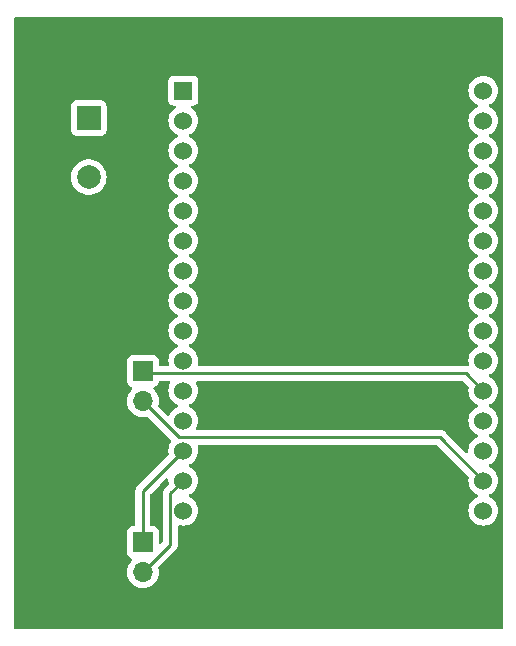
<source format=gbr>
%TF.GenerationSoftware,KiCad,Pcbnew,7.0.6-0*%
%TF.CreationDate,2023-10-04T12:05:51+01:00*%
%TF.ProjectId,NostrZapLamp,4e6f7374-725a-4617-904c-616d702e6b69,rev?*%
%TF.SameCoordinates,Original*%
%TF.FileFunction,Copper,L2,Bot*%
%TF.FilePolarity,Positive*%
%FSLAX46Y46*%
G04 Gerber Fmt 4.6, Leading zero omitted, Abs format (unit mm)*
G04 Created by KiCad (PCBNEW 7.0.6-0) date 2023-10-04 12:05:51*
%MOMM*%
%LPD*%
G01*
G04 APERTURE LIST*
%TA.AperFunction,ComponentPad*%
%ADD10R,1.700000X1.700000*%
%TD*%
%TA.AperFunction,ComponentPad*%
%ADD11O,1.700000X1.700000*%
%TD*%
%TA.AperFunction,ComponentPad*%
%ADD12R,2.000000X2.000000*%
%TD*%
%TA.AperFunction,ComponentPad*%
%ADD13C,2.000000*%
%TD*%
%TA.AperFunction,ComponentPad*%
%ADD14R,1.524000X1.524000*%
%TD*%
%TA.AperFunction,ComponentPad*%
%ADD15C,1.524000*%
%TD*%
%TA.AperFunction,Conductor*%
%ADD16C,0.250000*%
%TD*%
G04 APERTURE END LIST*
D10*
%TO.P,J1,1,Pin_1*%
%TO.N,Net-(J1-Pin_1)*%
X119634000Y-113797000D03*
D11*
%TO.P,J1,2,Pin_2*%
%TO.N,Net-(BZ1-+)*%
X119634000Y-116337000D03*
%TD*%
D10*
%TO.P,J2,1,Pin_1*%
%TO.N,Net-(J2-Pin_1)*%
X119634000Y-99314000D03*
D11*
%TO.P,J2,2,Pin_2*%
%TO.N,Net-(J2-Pin_2)*%
X119634000Y-101854000D03*
%TD*%
D12*
%TO.P,BZ1,1,-*%
%TO.N,Net-(BZ1--)*%
X115062000Y-77893216D03*
D13*
%TO.P,BZ1,2,+*%
%TO.N,Net-(BZ1-+)*%
X115062000Y-82893216D03*
%TD*%
D14*
%TO.P,U1,1,EN*%
%TO.N,unconnected-(U1-EN-Pad1)*%
X123063000Y-75565000D03*
D15*
%TO.P,U1,2,SENSOR_VP*%
%TO.N,unconnected-(U1-SENSOR_VP-Pad2)*%
X123063000Y-78105000D03*
%TO.P,U1,3,SENSOR_VN*%
%TO.N,unconnected-(U1-SENSOR_VN-Pad3)*%
X123063000Y-80645000D03*
%TO.P,U1,4,IO34*%
%TO.N,unconnected-(U1-IO34-Pad4)*%
X123063000Y-83185000D03*
%TO.P,U1,5,IO35*%
%TO.N,unconnected-(U1-IO35-Pad5)*%
X123063000Y-85725000D03*
%TO.P,U1,6,IO32*%
%TO.N,unconnected-(U1-IO32-Pad6)*%
X123063000Y-88265000D03*
%TO.P,U1,7,IO33*%
%TO.N,unconnected-(U1-IO33-Pad7)*%
X123063000Y-90805000D03*
%TO.P,U1,8,IO25*%
%TO.N,unconnected-(U1-IO25-Pad8)*%
X123063000Y-93345000D03*
%TO.P,U1,9,IO26*%
%TO.N,unconnected-(U1-IO26-Pad9)*%
X123063000Y-95885000D03*
%TO.P,U1,10,IO27*%
%TO.N,unconnected-(U1-IO27-Pad10)*%
X123063000Y-98425000D03*
%TO.P,U1,11,IO14*%
%TO.N,unconnected-(U1-IO14-Pad11)*%
X123063000Y-100965000D03*
%TO.P,U1,12,IO12*%
%TO.N,unconnected-(U1-IO12-Pad12)*%
X123063000Y-103505000D03*
%TO.P,U1,13,IO13*%
%TO.N,Net-(J1-Pin_1)*%
X123063000Y-106045000D03*
%TO.P,U1,14,GND*%
%TO.N,Net-(BZ1-+)*%
X123063000Y-108585000D03*
%TO.P,U1,15,VIN*%
%TO.N,unconnected-(U1-VIN-Pad15)*%
X123063000Y-111125000D03*
%TO.P,U1,16,3V3*%
%TO.N,unconnected-(U1-3V3-Pad16)*%
X148463000Y-111125000D03*
%TO.P,U1,17,GND*%
%TO.N,Net-(J2-Pin_2)*%
X148463000Y-108585000D03*
%TO.P,U1,18,IO15*%
%TO.N,unconnected-(U1-IO15-Pad18)*%
X148463000Y-106045000D03*
%TO.P,U1,19,IO2*%
%TO.N,Net-(BZ1--)*%
X148463000Y-103505000D03*
%TO.P,U1,20,IO4*%
%TO.N,Net-(J2-Pin_1)*%
X148463000Y-100965000D03*
%TO.P,U1,21,IO16*%
%TO.N,unconnected-(U1-IO16-Pad21)*%
X148463000Y-98425000D03*
%TO.P,U1,22,IO17*%
%TO.N,unconnected-(U1-IO17-Pad22)*%
X148463000Y-95885000D03*
%TO.P,U1,23,IO5*%
%TO.N,unconnected-(U1-IO5-Pad23)*%
X148463000Y-93345000D03*
%TO.P,U1,24,IO18*%
%TO.N,unconnected-(U1-IO18-Pad24)*%
X148463000Y-90805000D03*
%TO.P,U1,25,IO19*%
%TO.N,unconnected-(U1-IO19-Pad25)*%
X148463000Y-88265000D03*
%TO.P,U1,26,IO21*%
%TO.N,unconnected-(U1-IO21-Pad26)*%
X148463000Y-85725000D03*
%TO.P,U1,27,RXD0/IO3*%
%TO.N,unconnected-(U1-RXD0{slash}IO3-Pad27)*%
X148463000Y-83185000D03*
%TO.P,U1,28,TXD0/IO1*%
%TO.N,unconnected-(U1-TXD0{slash}IO1-Pad28)*%
X148463000Y-80645000D03*
%TO.P,U1,29,IO22*%
%TO.N,unconnected-(U1-IO22-Pad29)*%
X148463000Y-78105000D03*
%TO.P,U1,30,IO23*%
%TO.N,unconnected-(U1-IO23-Pad30)*%
X148463000Y-75565000D03*
%TD*%
D16*
%TO.N,Net-(J1-Pin_1)*%
X119634000Y-113797000D02*
X119634000Y-109474000D01*
X119634000Y-109474000D02*
X123063000Y-106045000D01*
%TO.N,Net-(J2-Pin_1)*%
X119634000Y-99314000D02*
X119832000Y-99512000D01*
X119832000Y-99512000D02*
X147010000Y-99512000D01*
X147010000Y-99512000D02*
X148463000Y-100965000D01*
%TO.N,Net-(J2-Pin_2)*%
X119634000Y-101854000D02*
X122682000Y-104902000D01*
X144780000Y-104902000D02*
X148463000Y-108585000D01*
X122682000Y-104902000D02*
X144780000Y-104902000D01*
%TO.N,Net-(BZ1-+)*%
X121976000Y-113995000D02*
X121976000Y-109672000D01*
X119634000Y-116337000D02*
X121976000Y-113995000D01*
X121976000Y-109672000D02*
X123063000Y-108585000D01*
%TD*%
%TA.AperFunction,NonConductor*%
G36*
X150057039Y-69361685D02*
G01*
X150102794Y-69414489D01*
X150114000Y-69466000D01*
X150114000Y-121034000D01*
X150094315Y-121101039D01*
X150041511Y-121146794D01*
X149990000Y-121158000D01*
X108836000Y-121158000D01*
X108768961Y-121138315D01*
X108723206Y-121085511D01*
X108712000Y-121034000D01*
X108712000Y-116337000D01*
X118278341Y-116337000D01*
X118298936Y-116572403D01*
X118298938Y-116572413D01*
X118360094Y-116800655D01*
X118360096Y-116800659D01*
X118360097Y-116800663D01*
X118459964Y-117014830D01*
X118459965Y-117014830D01*
X118459967Y-117014834D01*
X118568281Y-117169521D01*
X118595505Y-117208401D01*
X118762599Y-117375495D01*
X118859384Y-117443265D01*
X118956165Y-117511032D01*
X118956167Y-117511033D01*
X118956170Y-117511035D01*
X119170337Y-117610903D01*
X119398592Y-117672063D01*
X119586918Y-117688539D01*
X119633999Y-117692659D01*
X119634000Y-117692659D01*
X119634001Y-117692659D01*
X119673234Y-117689226D01*
X119869408Y-117672063D01*
X120097663Y-117610903D01*
X120311830Y-117511035D01*
X120505401Y-117375495D01*
X120672495Y-117208401D01*
X120808035Y-117014830D01*
X120907903Y-116800663D01*
X120969063Y-116572408D01*
X120989659Y-116337000D01*
X120969063Y-116101592D01*
X120942142Y-116001125D01*
X120943806Y-115931276D01*
X120974235Y-115881353D01*
X122359787Y-114495802D01*
X122372042Y-114485986D01*
X122371859Y-114485764D01*
X122377866Y-114480792D01*
X122377877Y-114480786D01*
X122408775Y-114447882D01*
X122425227Y-114430364D01*
X122435671Y-114419918D01*
X122446120Y-114409471D01*
X122450379Y-114403978D01*
X122454152Y-114399561D01*
X122486062Y-114365582D01*
X122495713Y-114348024D01*
X122506396Y-114331761D01*
X122518673Y-114315936D01*
X122537185Y-114273153D01*
X122539738Y-114267941D01*
X122562197Y-114227092D01*
X122567180Y-114207680D01*
X122573481Y-114189280D01*
X122581437Y-114170896D01*
X122588729Y-114124852D01*
X122589906Y-114119171D01*
X122601500Y-114074019D01*
X122601500Y-114053983D01*
X122603027Y-114034582D01*
X122606160Y-114014804D01*
X122601775Y-113968415D01*
X122601500Y-113962577D01*
X122601500Y-112469977D01*
X122621185Y-112402938D01*
X122673989Y-112357183D01*
X122743147Y-112347239D01*
X122757581Y-112350200D01*
X122842932Y-112373070D01*
X123000123Y-112386822D01*
X123062998Y-112392323D01*
X123063000Y-112392323D01*
X123063002Y-112392323D01*
X123118017Y-112387509D01*
X123283068Y-112373070D01*
X123496450Y-112315894D01*
X123696662Y-112222534D01*
X123877620Y-112095826D01*
X124033826Y-111939620D01*
X124160534Y-111758662D01*
X124253894Y-111558450D01*
X124311070Y-111345068D01*
X124330323Y-111125000D01*
X124311070Y-110904932D01*
X124253894Y-110691550D01*
X124160534Y-110491339D01*
X124033826Y-110310380D01*
X123877620Y-110154174D01*
X123877616Y-110154171D01*
X123877615Y-110154170D01*
X123696666Y-110027468D01*
X123696658Y-110027464D01*
X123567811Y-109967382D01*
X123515371Y-109921210D01*
X123496219Y-109854017D01*
X123516435Y-109787135D01*
X123567811Y-109742618D01*
X123621863Y-109717413D01*
X123696662Y-109682534D01*
X123877620Y-109555826D01*
X124033826Y-109399620D01*
X124160534Y-109218662D01*
X124253894Y-109018450D01*
X124311070Y-108805068D01*
X124330323Y-108585000D01*
X124311070Y-108364932D01*
X124253894Y-108151550D01*
X124160534Y-107951339D01*
X124033826Y-107770380D01*
X123877620Y-107614174D01*
X123877616Y-107614171D01*
X123877615Y-107614170D01*
X123696666Y-107487468D01*
X123696658Y-107487464D01*
X123567811Y-107427382D01*
X123515371Y-107381210D01*
X123496219Y-107314017D01*
X123516435Y-107247135D01*
X123567811Y-107202618D01*
X123573802Y-107199824D01*
X123696662Y-107142534D01*
X123877620Y-107015826D01*
X124033826Y-106859620D01*
X124160534Y-106678662D01*
X124253894Y-106478450D01*
X124311070Y-106265068D01*
X124330323Y-106045000D01*
X124311070Y-105824932D01*
X124273198Y-105683593D01*
X124274861Y-105613744D01*
X124314023Y-105555881D01*
X124378252Y-105528377D01*
X124392973Y-105527500D01*
X144469548Y-105527500D01*
X144536587Y-105547185D01*
X144557229Y-105563819D01*
X147194613Y-108201203D01*
X147228098Y-108262526D01*
X147226707Y-108320976D01*
X147214931Y-108364926D01*
X147214931Y-108364929D01*
X147214930Y-108364932D01*
X147211809Y-108400606D01*
X147195677Y-108584997D01*
X147195677Y-108585002D01*
X147214929Y-108805062D01*
X147214930Y-108805070D01*
X147272104Y-109018445D01*
X147272105Y-109018447D01*
X147272106Y-109018450D01*
X147323901Y-109129525D01*
X147365466Y-109218662D01*
X147365468Y-109218666D01*
X147492170Y-109399615D01*
X147492175Y-109399621D01*
X147648378Y-109555824D01*
X147648384Y-109555829D01*
X147829333Y-109682531D01*
X147829335Y-109682532D01*
X147829338Y-109682534D01*
X147904137Y-109717413D01*
X147958189Y-109742618D01*
X148010628Y-109788790D01*
X148029780Y-109855984D01*
X148009564Y-109922865D01*
X147958189Y-109967382D01*
X147829340Y-110027465D01*
X147829338Y-110027466D01*
X147648377Y-110154175D01*
X147492175Y-110310377D01*
X147365466Y-110491338D01*
X147365465Y-110491340D01*
X147272107Y-110691548D01*
X147272104Y-110691554D01*
X147214930Y-110904929D01*
X147214929Y-110904937D01*
X147195677Y-111124997D01*
X147195677Y-111125002D01*
X147214929Y-111345062D01*
X147214930Y-111345070D01*
X147272104Y-111558445D01*
X147272105Y-111558447D01*
X147272106Y-111558450D01*
X147365465Y-111758661D01*
X147365466Y-111758662D01*
X147365468Y-111758666D01*
X147492170Y-111939615D01*
X147492175Y-111939621D01*
X147648378Y-112095824D01*
X147648384Y-112095829D01*
X147829333Y-112222531D01*
X147829335Y-112222532D01*
X147829338Y-112222534D01*
X148029550Y-112315894D01*
X148242932Y-112373070D01*
X148400123Y-112386822D01*
X148462998Y-112392323D01*
X148463000Y-112392323D01*
X148463002Y-112392323D01*
X148518017Y-112387509D01*
X148683068Y-112373070D01*
X148896450Y-112315894D01*
X149096662Y-112222534D01*
X149277620Y-112095826D01*
X149433826Y-111939620D01*
X149560534Y-111758662D01*
X149653894Y-111558450D01*
X149711070Y-111345068D01*
X149730323Y-111125000D01*
X149711070Y-110904932D01*
X149653894Y-110691550D01*
X149560534Y-110491339D01*
X149433826Y-110310380D01*
X149277620Y-110154174D01*
X149277616Y-110154171D01*
X149277615Y-110154170D01*
X149096666Y-110027468D01*
X149096658Y-110027464D01*
X148967811Y-109967382D01*
X148915371Y-109921210D01*
X148896219Y-109854017D01*
X148916435Y-109787135D01*
X148967811Y-109742618D01*
X149021863Y-109717413D01*
X149096662Y-109682534D01*
X149277620Y-109555826D01*
X149433826Y-109399620D01*
X149560534Y-109218662D01*
X149653894Y-109018450D01*
X149711070Y-108805068D01*
X149730323Y-108585000D01*
X149711070Y-108364932D01*
X149653894Y-108151550D01*
X149560534Y-107951339D01*
X149433826Y-107770380D01*
X149277620Y-107614174D01*
X149277616Y-107614171D01*
X149277615Y-107614170D01*
X149096666Y-107487468D01*
X149096658Y-107487464D01*
X148967811Y-107427382D01*
X148915371Y-107381210D01*
X148896219Y-107314017D01*
X148916435Y-107247135D01*
X148967811Y-107202618D01*
X148973802Y-107199824D01*
X149096662Y-107142534D01*
X149277620Y-107015826D01*
X149433826Y-106859620D01*
X149560534Y-106678662D01*
X149653894Y-106478450D01*
X149711070Y-106265068D01*
X149730323Y-106045000D01*
X149711070Y-105824932D01*
X149653894Y-105611550D01*
X149560534Y-105411339D01*
X149479661Y-105295840D01*
X149433827Y-105230381D01*
X149401805Y-105198359D01*
X149277620Y-105074174D01*
X149277616Y-105074171D01*
X149277615Y-105074170D01*
X149096666Y-104947468D01*
X149096658Y-104947464D01*
X148967811Y-104887382D01*
X148915371Y-104841210D01*
X148896219Y-104774017D01*
X148916435Y-104707135D01*
X148967811Y-104662618D01*
X148973802Y-104659824D01*
X149096662Y-104602534D01*
X149277620Y-104475826D01*
X149433826Y-104319620D01*
X149560534Y-104138662D01*
X149653894Y-103938450D01*
X149711070Y-103725068D01*
X149730323Y-103505000D01*
X149711070Y-103284932D01*
X149653894Y-103071550D01*
X149560534Y-102871339D01*
X149433826Y-102690380D01*
X149277620Y-102534174D01*
X149277616Y-102534171D01*
X149277615Y-102534170D01*
X149096666Y-102407468D01*
X149096658Y-102407464D01*
X148967811Y-102347382D01*
X148915371Y-102301210D01*
X148896219Y-102234017D01*
X148916435Y-102167135D01*
X148967811Y-102122618D01*
X148973802Y-102119824D01*
X149096662Y-102062534D01*
X149277620Y-101935826D01*
X149433826Y-101779620D01*
X149560534Y-101598662D01*
X149653894Y-101398450D01*
X149711070Y-101185068D01*
X149730323Y-100965000D01*
X149711070Y-100744932D01*
X149653894Y-100531550D01*
X149560534Y-100331339D01*
X149476883Y-100211872D01*
X149433827Y-100150381D01*
X149420946Y-100137500D01*
X149277620Y-99994174D01*
X149277616Y-99994171D01*
X149277615Y-99994170D01*
X149096666Y-99867468D01*
X149096658Y-99867464D01*
X148967811Y-99807382D01*
X148915371Y-99761210D01*
X148896219Y-99694017D01*
X148916435Y-99627135D01*
X148967811Y-99582618D01*
X148973802Y-99579824D01*
X149096662Y-99522534D01*
X149277620Y-99395826D01*
X149433826Y-99239620D01*
X149560534Y-99058662D01*
X149653894Y-98858450D01*
X149711070Y-98645068D01*
X149730323Y-98425000D01*
X149729547Y-98416135D01*
X149712534Y-98221669D01*
X149711070Y-98204932D01*
X149653894Y-97991550D01*
X149560534Y-97791339D01*
X149433826Y-97610380D01*
X149277620Y-97454174D01*
X149277616Y-97454171D01*
X149277615Y-97454170D01*
X149096666Y-97327468D01*
X149096658Y-97327464D01*
X148967811Y-97267382D01*
X148915371Y-97221210D01*
X148896219Y-97154017D01*
X148916435Y-97087135D01*
X148967811Y-97042618D01*
X148973802Y-97039824D01*
X149096662Y-96982534D01*
X149277620Y-96855826D01*
X149433826Y-96699620D01*
X149560534Y-96518662D01*
X149653894Y-96318450D01*
X149711070Y-96105068D01*
X149730323Y-95885000D01*
X149711070Y-95664932D01*
X149653894Y-95451550D01*
X149560534Y-95251339D01*
X149433826Y-95070380D01*
X149277620Y-94914174D01*
X149277616Y-94914171D01*
X149277615Y-94914170D01*
X149096666Y-94787468D01*
X149096658Y-94787464D01*
X148967811Y-94727382D01*
X148915371Y-94681210D01*
X148896219Y-94614017D01*
X148916435Y-94547135D01*
X148967811Y-94502618D01*
X148973802Y-94499824D01*
X149096662Y-94442534D01*
X149277620Y-94315826D01*
X149433826Y-94159620D01*
X149560534Y-93978662D01*
X149653894Y-93778450D01*
X149711070Y-93565068D01*
X149730323Y-93345000D01*
X149711070Y-93124932D01*
X149653894Y-92911550D01*
X149560534Y-92711339D01*
X149433826Y-92530380D01*
X149277620Y-92374174D01*
X149277616Y-92374171D01*
X149277615Y-92374170D01*
X149096666Y-92247468D01*
X149096658Y-92247464D01*
X148967811Y-92187382D01*
X148915371Y-92141210D01*
X148896219Y-92074017D01*
X148916435Y-92007135D01*
X148967811Y-91962618D01*
X148973802Y-91959824D01*
X149096662Y-91902534D01*
X149277620Y-91775826D01*
X149433826Y-91619620D01*
X149560534Y-91438662D01*
X149653894Y-91238450D01*
X149711070Y-91025068D01*
X149730323Y-90805000D01*
X149711070Y-90584932D01*
X149653894Y-90371550D01*
X149560534Y-90171339D01*
X149433826Y-89990380D01*
X149277620Y-89834174D01*
X149277616Y-89834171D01*
X149277615Y-89834170D01*
X149096666Y-89707468D01*
X149096658Y-89707464D01*
X148967811Y-89647382D01*
X148915371Y-89601210D01*
X148896219Y-89534017D01*
X148916435Y-89467135D01*
X148967811Y-89422618D01*
X148973802Y-89419824D01*
X149096662Y-89362534D01*
X149277620Y-89235826D01*
X149433826Y-89079620D01*
X149560534Y-88898662D01*
X149653894Y-88698450D01*
X149711070Y-88485068D01*
X149730323Y-88265000D01*
X149711070Y-88044932D01*
X149653894Y-87831550D01*
X149560534Y-87631339D01*
X149433826Y-87450380D01*
X149277620Y-87294174D01*
X149277616Y-87294171D01*
X149277615Y-87294170D01*
X149096666Y-87167468D01*
X149096658Y-87167464D01*
X148967811Y-87107382D01*
X148915371Y-87061210D01*
X148896219Y-86994017D01*
X148916435Y-86927135D01*
X148967811Y-86882618D01*
X148973802Y-86879824D01*
X149096662Y-86822534D01*
X149277620Y-86695826D01*
X149433826Y-86539620D01*
X149560534Y-86358662D01*
X149653894Y-86158450D01*
X149711070Y-85945068D01*
X149730323Y-85725000D01*
X149711070Y-85504932D01*
X149653894Y-85291550D01*
X149560534Y-85091339D01*
X149433826Y-84910380D01*
X149277620Y-84754174D01*
X149277616Y-84754171D01*
X149277615Y-84754170D01*
X149096666Y-84627468D01*
X149096658Y-84627464D01*
X148967811Y-84567382D01*
X148915371Y-84521210D01*
X148896219Y-84454017D01*
X148916435Y-84387135D01*
X148967811Y-84342618D01*
X148973802Y-84339824D01*
X149096662Y-84282534D01*
X149277620Y-84155826D01*
X149433826Y-83999620D01*
X149560534Y-83818662D01*
X149653894Y-83618450D01*
X149711070Y-83405068D01*
X149730323Y-83185000D01*
X149711070Y-82964932D01*
X149653894Y-82751550D01*
X149560534Y-82551339D01*
X149497180Y-82460859D01*
X149433827Y-82370381D01*
X149433823Y-82370377D01*
X149277620Y-82214174D01*
X149277616Y-82214171D01*
X149277615Y-82214170D01*
X149096666Y-82087468D01*
X149096658Y-82087464D01*
X148967811Y-82027382D01*
X148915371Y-81981210D01*
X148896219Y-81914017D01*
X148916435Y-81847135D01*
X148967811Y-81802618D01*
X148973802Y-81799824D01*
X149096662Y-81742534D01*
X149277620Y-81615826D01*
X149433826Y-81459620D01*
X149560534Y-81278662D01*
X149653894Y-81078450D01*
X149711070Y-80865068D01*
X149730323Y-80645000D01*
X149711070Y-80424932D01*
X149653894Y-80211550D01*
X149560534Y-80011339D01*
X149433826Y-79830380D01*
X149277620Y-79674174D01*
X149277616Y-79674171D01*
X149277615Y-79674170D01*
X149096666Y-79547468D01*
X149096658Y-79547464D01*
X148967811Y-79487382D01*
X148915371Y-79441210D01*
X148896219Y-79374017D01*
X148916435Y-79307135D01*
X148967811Y-79262618D01*
X148993236Y-79250762D01*
X149096662Y-79202534D01*
X149277620Y-79075826D01*
X149433826Y-78919620D01*
X149560534Y-78738662D01*
X149653894Y-78538450D01*
X149711070Y-78325068D01*
X149730323Y-78105000D01*
X149711070Y-77884932D01*
X149653894Y-77671550D01*
X149560534Y-77471339D01*
X149433826Y-77290380D01*
X149277620Y-77134174D01*
X149277616Y-77134171D01*
X149277615Y-77134170D01*
X149096666Y-77007468D01*
X149096658Y-77007464D01*
X148967811Y-76947382D01*
X148915371Y-76901210D01*
X148896219Y-76834017D01*
X148916435Y-76767135D01*
X148967811Y-76722618D01*
X148973802Y-76719824D01*
X149096662Y-76662534D01*
X149277620Y-76535826D01*
X149433826Y-76379620D01*
X149560534Y-76198662D01*
X149653894Y-75998450D01*
X149711070Y-75785068D01*
X149730323Y-75565000D01*
X149711070Y-75344932D01*
X149653894Y-75131550D01*
X149560534Y-74931339D01*
X149497180Y-74840859D01*
X149433827Y-74750381D01*
X149378962Y-74695516D01*
X149277620Y-74594174D01*
X149277616Y-74594171D01*
X149277615Y-74594170D01*
X149096666Y-74467468D01*
X149096662Y-74467466D01*
X149049457Y-74445454D01*
X148896450Y-74374106D01*
X148896447Y-74374105D01*
X148896445Y-74374104D01*
X148683070Y-74316930D01*
X148683062Y-74316929D01*
X148463002Y-74297677D01*
X148462998Y-74297677D01*
X148242937Y-74316929D01*
X148242929Y-74316930D01*
X148029554Y-74374104D01*
X148029548Y-74374107D01*
X147829340Y-74467465D01*
X147829338Y-74467466D01*
X147648377Y-74594175D01*
X147492175Y-74750377D01*
X147365466Y-74931338D01*
X147365465Y-74931340D01*
X147272107Y-75131548D01*
X147272104Y-75131554D01*
X147214930Y-75344929D01*
X147214929Y-75344937D01*
X147195677Y-75564997D01*
X147195677Y-75565002D01*
X147214929Y-75785062D01*
X147214930Y-75785070D01*
X147272104Y-75998445D01*
X147272105Y-75998447D01*
X147272106Y-75998450D01*
X147365465Y-76198661D01*
X147365466Y-76198662D01*
X147365468Y-76198666D01*
X147492170Y-76379615D01*
X147492175Y-76379621D01*
X147648378Y-76535824D01*
X147648384Y-76535829D01*
X147829333Y-76662531D01*
X147829335Y-76662532D01*
X147829338Y-76662534D01*
X147948748Y-76718215D01*
X147958189Y-76722618D01*
X148010628Y-76768790D01*
X148029780Y-76835984D01*
X148009564Y-76902865D01*
X147958189Y-76947382D01*
X147829340Y-77007465D01*
X147829338Y-77007466D01*
X147648377Y-77134175D01*
X147492175Y-77290377D01*
X147365466Y-77471338D01*
X147365465Y-77471340D01*
X147272107Y-77671548D01*
X147272104Y-77671554D01*
X147214930Y-77884929D01*
X147214929Y-77884937D01*
X147195677Y-78104997D01*
X147195677Y-78105002D01*
X147214929Y-78325062D01*
X147214930Y-78325070D01*
X147272104Y-78538445D01*
X147272105Y-78538447D01*
X147272106Y-78538450D01*
X147365465Y-78738662D01*
X147365466Y-78738662D01*
X147365468Y-78738666D01*
X147492170Y-78919615D01*
X147492175Y-78919621D01*
X147648378Y-79075824D01*
X147648384Y-79075829D01*
X147829333Y-79202531D01*
X147829335Y-79202532D01*
X147829338Y-79202534D01*
X147932764Y-79250762D01*
X147958189Y-79262618D01*
X148010628Y-79308790D01*
X148029780Y-79375984D01*
X148009564Y-79442865D01*
X147958189Y-79487382D01*
X147829340Y-79547465D01*
X147829338Y-79547466D01*
X147648377Y-79674175D01*
X147492175Y-79830377D01*
X147365466Y-80011338D01*
X147365465Y-80011340D01*
X147272107Y-80211548D01*
X147272104Y-80211554D01*
X147214930Y-80424929D01*
X147214929Y-80424937D01*
X147195677Y-80644997D01*
X147195677Y-80645002D01*
X147214929Y-80865062D01*
X147214930Y-80865070D01*
X147272104Y-81078445D01*
X147272105Y-81078447D01*
X147272106Y-81078450D01*
X147365465Y-81278661D01*
X147365466Y-81278662D01*
X147365468Y-81278666D01*
X147492170Y-81459615D01*
X147492175Y-81459621D01*
X147648378Y-81615824D01*
X147648384Y-81615829D01*
X147829333Y-81742531D01*
X147829335Y-81742532D01*
X147829338Y-81742534D01*
X147921430Y-81785477D01*
X147958189Y-81802618D01*
X148010628Y-81848790D01*
X148029780Y-81915984D01*
X148009564Y-81982865D01*
X147958189Y-82027382D01*
X147829340Y-82087465D01*
X147829338Y-82087466D01*
X147648377Y-82214175D01*
X147492175Y-82370377D01*
X147365466Y-82551338D01*
X147365465Y-82551340D01*
X147272107Y-82751548D01*
X147272104Y-82751554D01*
X147214930Y-82964929D01*
X147214929Y-82964937D01*
X147195677Y-83184997D01*
X147195677Y-83185002D01*
X147214929Y-83405062D01*
X147214930Y-83405070D01*
X147272104Y-83618445D01*
X147272105Y-83618447D01*
X147272106Y-83618450D01*
X147365156Y-83817998D01*
X147365466Y-83818662D01*
X147365468Y-83818666D01*
X147492170Y-83999615D01*
X147492175Y-83999621D01*
X147648378Y-84155824D01*
X147648384Y-84155829D01*
X147829333Y-84282531D01*
X147829335Y-84282532D01*
X147829338Y-84282534D01*
X147948748Y-84338215D01*
X147958189Y-84342618D01*
X148010628Y-84388790D01*
X148029780Y-84455984D01*
X148009564Y-84522865D01*
X147958189Y-84567382D01*
X147829340Y-84627465D01*
X147829338Y-84627466D01*
X147648377Y-84754175D01*
X147492175Y-84910377D01*
X147365466Y-85091338D01*
X147365465Y-85091340D01*
X147272107Y-85291548D01*
X147272104Y-85291554D01*
X147214930Y-85504929D01*
X147214929Y-85504937D01*
X147195677Y-85724997D01*
X147195677Y-85725002D01*
X147214929Y-85945062D01*
X147214930Y-85945070D01*
X147272104Y-86158445D01*
X147272105Y-86158447D01*
X147272106Y-86158450D01*
X147365465Y-86358661D01*
X147365466Y-86358662D01*
X147365468Y-86358666D01*
X147492170Y-86539615D01*
X147492175Y-86539621D01*
X147648378Y-86695824D01*
X147648384Y-86695829D01*
X147829333Y-86822531D01*
X147829335Y-86822532D01*
X147829338Y-86822534D01*
X147948748Y-86878215D01*
X147958189Y-86882618D01*
X148010628Y-86928790D01*
X148029780Y-86995984D01*
X148009564Y-87062865D01*
X147958189Y-87107382D01*
X147829340Y-87167465D01*
X147829338Y-87167466D01*
X147648377Y-87294175D01*
X147492175Y-87450377D01*
X147365466Y-87631338D01*
X147365465Y-87631340D01*
X147272107Y-87831548D01*
X147272104Y-87831554D01*
X147214930Y-88044929D01*
X147214929Y-88044937D01*
X147195677Y-88264997D01*
X147195677Y-88265002D01*
X147214929Y-88485062D01*
X147214930Y-88485070D01*
X147272104Y-88698445D01*
X147272105Y-88698447D01*
X147272106Y-88698450D01*
X147365465Y-88898662D01*
X147365466Y-88898662D01*
X147365468Y-88898666D01*
X147492170Y-89079615D01*
X147492175Y-89079621D01*
X147648378Y-89235824D01*
X147648384Y-89235829D01*
X147829333Y-89362531D01*
X147829335Y-89362532D01*
X147829338Y-89362534D01*
X147948748Y-89418215D01*
X147958189Y-89422618D01*
X148010628Y-89468790D01*
X148029780Y-89535984D01*
X148009564Y-89602865D01*
X147958189Y-89647382D01*
X147829340Y-89707465D01*
X147829338Y-89707466D01*
X147648377Y-89834175D01*
X147492175Y-89990377D01*
X147365466Y-90171338D01*
X147365465Y-90171340D01*
X147272107Y-90371548D01*
X147272104Y-90371554D01*
X147214930Y-90584929D01*
X147214929Y-90584937D01*
X147195677Y-90804997D01*
X147195677Y-90805002D01*
X147214929Y-91025062D01*
X147214930Y-91025070D01*
X147272104Y-91238445D01*
X147272105Y-91238447D01*
X147272106Y-91238450D01*
X147365465Y-91438661D01*
X147365466Y-91438662D01*
X147365468Y-91438666D01*
X147492170Y-91619615D01*
X147492175Y-91619621D01*
X147648378Y-91775824D01*
X147648384Y-91775829D01*
X147829333Y-91902531D01*
X147829335Y-91902532D01*
X147829338Y-91902534D01*
X147948748Y-91958215D01*
X147958189Y-91962618D01*
X148010628Y-92008790D01*
X148029780Y-92075984D01*
X148009564Y-92142865D01*
X147958189Y-92187382D01*
X147829340Y-92247465D01*
X147829338Y-92247466D01*
X147648377Y-92374175D01*
X147492175Y-92530377D01*
X147365466Y-92711338D01*
X147365465Y-92711340D01*
X147272107Y-92911548D01*
X147272104Y-92911554D01*
X147214930Y-93124929D01*
X147214929Y-93124937D01*
X147195677Y-93344997D01*
X147195677Y-93345002D01*
X147214929Y-93565062D01*
X147214930Y-93565070D01*
X147272104Y-93778445D01*
X147272105Y-93778447D01*
X147272106Y-93778450D01*
X147365465Y-93978661D01*
X147365466Y-93978662D01*
X147365468Y-93978666D01*
X147492170Y-94159615D01*
X147492175Y-94159621D01*
X147648378Y-94315824D01*
X147648384Y-94315829D01*
X147829333Y-94442531D01*
X147829335Y-94442532D01*
X147829338Y-94442534D01*
X147948748Y-94498215D01*
X147958189Y-94502618D01*
X148010628Y-94548790D01*
X148029780Y-94615984D01*
X148009564Y-94682865D01*
X147958189Y-94727382D01*
X147829340Y-94787465D01*
X147829338Y-94787466D01*
X147648377Y-94914175D01*
X147492175Y-95070377D01*
X147365466Y-95251338D01*
X147365465Y-95251340D01*
X147272107Y-95451548D01*
X147272104Y-95451554D01*
X147214930Y-95664929D01*
X147214929Y-95664937D01*
X147195677Y-95884997D01*
X147195677Y-95885002D01*
X147214929Y-96105062D01*
X147214930Y-96105070D01*
X147272104Y-96318445D01*
X147272105Y-96318447D01*
X147272106Y-96318450D01*
X147365465Y-96518661D01*
X147365466Y-96518662D01*
X147365468Y-96518666D01*
X147492170Y-96699615D01*
X147492175Y-96699621D01*
X147648378Y-96855824D01*
X147648384Y-96855829D01*
X147829333Y-96982531D01*
X147829335Y-96982532D01*
X147829338Y-96982534D01*
X147948748Y-97038215D01*
X147958189Y-97042618D01*
X148010628Y-97088790D01*
X148029780Y-97155984D01*
X148009564Y-97222865D01*
X147958189Y-97267382D01*
X147829340Y-97327465D01*
X147829338Y-97327466D01*
X147648377Y-97454175D01*
X147492175Y-97610377D01*
X147365466Y-97791338D01*
X147365465Y-97791340D01*
X147272107Y-97991548D01*
X147272104Y-97991554D01*
X147214930Y-98204929D01*
X147214929Y-98204937D01*
X147195677Y-98424997D01*
X147195677Y-98425002D01*
X147214929Y-98645062D01*
X147214931Y-98645073D01*
X147238781Y-98734084D01*
X147237118Y-98803934D01*
X147197955Y-98861797D01*
X147133726Y-98889300D01*
X147096839Y-98886856D01*
X147096761Y-98887478D01*
X147089019Y-98886500D01*
X147089018Y-98886500D01*
X147068984Y-98886500D01*
X147049586Y-98884973D01*
X147042162Y-98883797D01*
X147029805Y-98881840D01*
X147029804Y-98881840D01*
X146983416Y-98886225D01*
X146977578Y-98886500D01*
X124407978Y-98886500D01*
X124340939Y-98866815D01*
X124295184Y-98814011D01*
X124285240Y-98744853D01*
X124288201Y-98730414D01*
X124311070Y-98645068D01*
X124330323Y-98425000D01*
X124329547Y-98416135D01*
X124312534Y-98221669D01*
X124311070Y-98204932D01*
X124253894Y-97991550D01*
X124160534Y-97791339D01*
X124033826Y-97610380D01*
X123877620Y-97454174D01*
X123877616Y-97454171D01*
X123877615Y-97454170D01*
X123696666Y-97327468D01*
X123696658Y-97327464D01*
X123567811Y-97267382D01*
X123515371Y-97221210D01*
X123496219Y-97154017D01*
X123516435Y-97087135D01*
X123567811Y-97042618D01*
X123573802Y-97039824D01*
X123696662Y-96982534D01*
X123877620Y-96855826D01*
X124033826Y-96699620D01*
X124160534Y-96518662D01*
X124253894Y-96318450D01*
X124311070Y-96105068D01*
X124330323Y-95885000D01*
X124311070Y-95664932D01*
X124253894Y-95451550D01*
X124160534Y-95251339D01*
X124033826Y-95070380D01*
X123877620Y-94914174D01*
X123877616Y-94914171D01*
X123877615Y-94914170D01*
X123696666Y-94787468D01*
X123696658Y-94787464D01*
X123567811Y-94727382D01*
X123515371Y-94681210D01*
X123496219Y-94614017D01*
X123516435Y-94547135D01*
X123567811Y-94502618D01*
X123573802Y-94499824D01*
X123696662Y-94442534D01*
X123877620Y-94315826D01*
X124033826Y-94159620D01*
X124160534Y-93978662D01*
X124253894Y-93778450D01*
X124311070Y-93565068D01*
X124330323Y-93345000D01*
X124311070Y-93124932D01*
X124253894Y-92911550D01*
X124160534Y-92711339D01*
X124033826Y-92530380D01*
X123877620Y-92374174D01*
X123877616Y-92374171D01*
X123877615Y-92374170D01*
X123696666Y-92247468D01*
X123696658Y-92247464D01*
X123567811Y-92187382D01*
X123515371Y-92141210D01*
X123496219Y-92074017D01*
X123516435Y-92007135D01*
X123567811Y-91962618D01*
X123573802Y-91959824D01*
X123696662Y-91902534D01*
X123877620Y-91775826D01*
X124033826Y-91619620D01*
X124160534Y-91438662D01*
X124253894Y-91238450D01*
X124311070Y-91025068D01*
X124330323Y-90805000D01*
X124311070Y-90584932D01*
X124253894Y-90371550D01*
X124160534Y-90171339D01*
X124033826Y-89990380D01*
X123877620Y-89834174D01*
X123877616Y-89834171D01*
X123877615Y-89834170D01*
X123696666Y-89707468D01*
X123696658Y-89707464D01*
X123567811Y-89647382D01*
X123515371Y-89601210D01*
X123496219Y-89534017D01*
X123516435Y-89467135D01*
X123567811Y-89422618D01*
X123573802Y-89419824D01*
X123696662Y-89362534D01*
X123877620Y-89235826D01*
X124033826Y-89079620D01*
X124160534Y-88898662D01*
X124253894Y-88698450D01*
X124311070Y-88485068D01*
X124330323Y-88265000D01*
X124311070Y-88044932D01*
X124253894Y-87831550D01*
X124160534Y-87631339D01*
X124033826Y-87450380D01*
X123877620Y-87294174D01*
X123877616Y-87294171D01*
X123877615Y-87294170D01*
X123696666Y-87167468D01*
X123696658Y-87167464D01*
X123567811Y-87107382D01*
X123515371Y-87061210D01*
X123496219Y-86994017D01*
X123516435Y-86927135D01*
X123567811Y-86882618D01*
X123573802Y-86879824D01*
X123696662Y-86822534D01*
X123877620Y-86695826D01*
X124033826Y-86539620D01*
X124160534Y-86358662D01*
X124253894Y-86158450D01*
X124311070Y-85945068D01*
X124330323Y-85725000D01*
X124311070Y-85504932D01*
X124253894Y-85291550D01*
X124160534Y-85091339D01*
X124033826Y-84910380D01*
X123877620Y-84754174D01*
X123877616Y-84754171D01*
X123877615Y-84754170D01*
X123696666Y-84627468D01*
X123696658Y-84627464D01*
X123567811Y-84567382D01*
X123515371Y-84521210D01*
X123496219Y-84454017D01*
X123516435Y-84387135D01*
X123567811Y-84342618D01*
X123573802Y-84339824D01*
X123696662Y-84282534D01*
X123877620Y-84155826D01*
X124033826Y-83999620D01*
X124160534Y-83818662D01*
X124253894Y-83618450D01*
X124311070Y-83405068D01*
X124330323Y-83185000D01*
X124311070Y-82964932D01*
X124253894Y-82751550D01*
X124160534Y-82551339D01*
X124097180Y-82460859D01*
X124033827Y-82370381D01*
X124033823Y-82370377D01*
X123877620Y-82214174D01*
X123877616Y-82214171D01*
X123877615Y-82214170D01*
X123696666Y-82087468D01*
X123696658Y-82087464D01*
X123567811Y-82027382D01*
X123515371Y-81981210D01*
X123496219Y-81914017D01*
X123516435Y-81847135D01*
X123567811Y-81802618D01*
X123573802Y-81799824D01*
X123696662Y-81742534D01*
X123877620Y-81615826D01*
X124033826Y-81459620D01*
X124160534Y-81278662D01*
X124253894Y-81078450D01*
X124311070Y-80865068D01*
X124330323Y-80645000D01*
X124311070Y-80424932D01*
X124253894Y-80211550D01*
X124160534Y-80011339D01*
X124033826Y-79830380D01*
X123877620Y-79674174D01*
X123877616Y-79674171D01*
X123877615Y-79674170D01*
X123696666Y-79547468D01*
X123696658Y-79547464D01*
X123567811Y-79487382D01*
X123515371Y-79441210D01*
X123496219Y-79374017D01*
X123516435Y-79307135D01*
X123567811Y-79262618D01*
X123593236Y-79250762D01*
X123696662Y-79202534D01*
X123877620Y-79075826D01*
X124033826Y-78919620D01*
X124160534Y-78738662D01*
X124253894Y-78538450D01*
X124311070Y-78325068D01*
X124330323Y-78105000D01*
X124311070Y-77884932D01*
X124253894Y-77671550D01*
X124160534Y-77471339D01*
X124033826Y-77290380D01*
X123877620Y-77134174D01*
X123877616Y-77134171D01*
X123877615Y-77134170D01*
X123761797Y-77053074D01*
X123718172Y-76998497D01*
X123710978Y-76928999D01*
X123742501Y-76866644D01*
X123802730Y-76831230D01*
X123832919Y-76827499D01*
X123872872Y-76827499D01*
X123932483Y-76821091D01*
X124067331Y-76770796D01*
X124182546Y-76684546D01*
X124268796Y-76569331D01*
X124319091Y-76434483D01*
X124325500Y-76374873D01*
X124325499Y-74755128D01*
X124319091Y-74695517D01*
X124268796Y-74560669D01*
X124268795Y-74560668D01*
X124268793Y-74560664D01*
X124182547Y-74445455D01*
X124182544Y-74445452D01*
X124067335Y-74359206D01*
X124067328Y-74359202D01*
X123932482Y-74308908D01*
X123932483Y-74308908D01*
X123872883Y-74302501D01*
X123872881Y-74302500D01*
X123872873Y-74302500D01*
X123872864Y-74302500D01*
X122253129Y-74302500D01*
X122253123Y-74302501D01*
X122193516Y-74308908D01*
X122058671Y-74359202D01*
X122058664Y-74359206D01*
X121943455Y-74445452D01*
X121943452Y-74445455D01*
X121857206Y-74560664D01*
X121857202Y-74560671D01*
X121806908Y-74695517D01*
X121801010Y-74750380D01*
X121800501Y-74755123D01*
X121800500Y-74755135D01*
X121800500Y-76374870D01*
X121800501Y-76374876D01*
X121806908Y-76434483D01*
X121857202Y-76569328D01*
X121857206Y-76569335D01*
X121943452Y-76684544D01*
X121943455Y-76684547D01*
X122058664Y-76770793D01*
X122058671Y-76770797D01*
X122193517Y-76821091D01*
X122193516Y-76821091D01*
X122200444Y-76821835D01*
X122253127Y-76827500D01*
X122293079Y-76827499D01*
X122360116Y-76847182D01*
X122405872Y-76899985D01*
X122415817Y-76969143D01*
X122386794Y-77032700D01*
X122364203Y-77053074D01*
X122248375Y-77134177D01*
X122092175Y-77290377D01*
X121965466Y-77471338D01*
X121965465Y-77471340D01*
X121872107Y-77671548D01*
X121872104Y-77671554D01*
X121814930Y-77884929D01*
X121814929Y-77884937D01*
X121795677Y-78104997D01*
X121795677Y-78105002D01*
X121814929Y-78325062D01*
X121814930Y-78325070D01*
X121872104Y-78538445D01*
X121872105Y-78538447D01*
X121872106Y-78538450D01*
X121965465Y-78738662D01*
X121965466Y-78738662D01*
X121965468Y-78738666D01*
X122092170Y-78919615D01*
X122092175Y-78919621D01*
X122248378Y-79075824D01*
X122248384Y-79075829D01*
X122429333Y-79202531D01*
X122429335Y-79202532D01*
X122429338Y-79202534D01*
X122532764Y-79250762D01*
X122558189Y-79262618D01*
X122610628Y-79308790D01*
X122629780Y-79375984D01*
X122609564Y-79442865D01*
X122558189Y-79487382D01*
X122429340Y-79547465D01*
X122429338Y-79547466D01*
X122248377Y-79674175D01*
X122092175Y-79830377D01*
X121965466Y-80011338D01*
X121965465Y-80011340D01*
X121872107Y-80211548D01*
X121872104Y-80211554D01*
X121814930Y-80424929D01*
X121814929Y-80424937D01*
X121795677Y-80644997D01*
X121795677Y-80645002D01*
X121814929Y-80865062D01*
X121814930Y-80865070D01*
X121872104Y-81078445D01*
X121872105Y-81078447D01*
X121872106Y-81078450D01*
X121965465Y-81278662D01*
X121965466Y-81278662D01*
X121965468Y-81278666D01*
X122092170Y-81459615D01*
X122092175Y-81459621D01*
X122248378Y-81615824D01*
X122248384Y-81615829D01*
X122429333Y-81742531D01*
X122429335Y-81742532D01*
X122429338Y-81742534D01*
X122521430Y-81785477D01*
X122558189Y-81802618D01*
X122610628Y-81848790D01*
X122629780Y-81915984D01*
X122609564Y-81982865D01*
X122558189Y-82027382D01*
X122429340Y-82087465D01*
X122429338Y-82087466D01*
X122248377Y-82214175D01*
X122092175Y-82370377D01*
X121965466Y-82551338D01*
X121965465Y-82551340D01*
X121872107Y-82751548D01*
X121872104Y-82751554D01*
X121814930Y-82964929D01*
X121814929Y-82964937D01*
X121795677Y-83184997D01*
X121795677Y-83185002D01*
X121814929Y-83405062D01*
X121814930Y-83405070D01*
X121872104Y-83618445D01*
X121872105Y-83618447D01*
X121872106Y-83618450D01*
X121965156Y-83817998D01*
X121965466Y-83818662D01*
X121965468Y-83818666D01*
X122092170Y-83999615D01*
X122092175Y-83999621D01*
X122248378Y-84155824D01*
X122248384Y-84155829D01*
X122429333Y-84282531D01*
X122429335Y-84282532D01*
X122429338Y-84282534D01*
X122548748Y-84338215D01*
X122558189Y-84342618D01*
X122610628Y-84388790D01*
X122629780Y-84455984D01*
X122609564Y-84522865D01*
X122558189Y-84567382D01*
X122429340Y-84627465D01*
X122429338Y-84627466D01*
X122248377Y-84754175D01*
X122092175Y-84910377D01*
X121965466Y-85091338D01*
X121965465Y-85091340D01*
X121872107Y-85291548D01*
X121872104Y-85291554D01*
X121814930Y-85504929D01*
X121814929Y-85504937D01*
X121795677Y-85724997D01*
X121795677Y-85725002D01*
X121814929Y-85945062D01*
X121814930Y-85945070D01*
X121872104Y-86158445D01*
X121872105Y-86158447D01*
X121872106Y-86158450D01*
X121965465Y-86358661D01*
X121965466Y-86358662D01*
X121965468Y-86358666D01*
X122092170Y-86539615D01*
X122092175Y-86539621D01*
X122248378Y-86695824D01*
X122248384Y-86695829D01*
X122429333Y-86822531D01*
X122429335Y-86822532D01*
X122429338Y-86822534D01*
X122548748Y-86878215D01*
X122558189Y-86882618D01*
X122610628Y-86928790D01*
X122629780Y-86995984D01*
X122609564Y-87062865D01*
X122558189Y-87107382D01*
X122429340Y-87167465D01*
X122429338Y-87167466D01*
X122248377Y-87294175D01*
X122092175Y-87450377D01*
X121965466Y-87631338D01*
X121965465Y-87631340D01*
X121872107Y-87831548D01*
X121872104Y-87831554D01*
X121814930Y-88044929D01*
X121814929Y-88044937D01*
X121795677Y-88264997D01*
X121795677Y-88265002D01*
X121814929Y-88485062D01*
X121814930Y-88485070D01*
X121872104Y-88698445D01*
X121872105Y-88698447D01*
X121872106Y-88698450D01*
X121965465Y-88898662D01*
X121965466Y-88898662D01*
X121965468Y-88898666D01*
X122092170Y-89079615D01*
X122092175Y-89079621D01*
X122248378Y-89235824D01*
X122248384Y-89235829D01*
X122429333Y-89362531D01*
X122429335Y-89362532D01*
X122429338Y-89362534D01*
X122548748Y-89418215D01*
X122558189Y-89422618D01*
X122610628Y-89468790D01*
X122629780Y-89535984D01*
X122609564Y-89602865D01*
X122558189Y-89647382D01*
X122429340Y-89707465D01*
X122429338Y-89707466D01*
X122248377Y-89834175D01*
X122092175Y-89990377D01*
X121965466Y-90171338D01*
X121965465Y-90171340D01*
X121872107Y-90371548D01*
X121872104Y-90371554D01*
X121814930Y-90584929D01*
X121814929Y-90584937D01*
X121795677Y-90804997D01*
X121795677Y-90805002D01*
X121814929Y-91025062D01*
X121814930Y-91025070D01*
X121872104Y-91238445D01*
X121872105Y-91238447D01*
X121872106Y-91238450D01*
X121965465Y-91438662D01*
X121965466Y-91438662D01*
X121965468Y-91438666D01*
X122092170Y-91619615D01*
X122092175Y-91619621D01*
X122248378Y-91775824D01*
X122248384Y-91775829D01*
X122429333Y-91902531D01*
X122429335Y-91902532D01*
X122429338Y-91902534D01*
X122548748Y-91958215D01*
X122558189Y-91962618D01*
X122610628Y-92008790D01*
X122629780Y-92075984D01*
X122609564Y-92142865D01*
X122558189Y-92187382D01*
X122429340Y-92247465D01*
X122429338Y-92247466D01*
X122248377Y-92374175D01*
X122092175Y-92530377D01*
X121965466Y-92711338D01*
X121965465Y-92711340D01*
X121872107Y-92911548D01*
X121872104Y-92911554D01*
X121814930Y-93124929D01*
X121814929Y-93124937D01*
X121795677Y-93344997D01*
X121795677Y-93345002D01*
X121814929Y-93565062D01*
X121814930Y-93565070D01*
X121872104Y-93778445D01*
X121872105Y-93778447D01*
X121872106Y-93778450D01*
X121965465Y-93978662D01*
X121965466Y-93978662D01*
X121965468Y-93978666D01*
X122092170Y-94159615D01*
X122092175Y-94159621D01*
X122248378Y-94315824D01*
X122248384Y-94315829D01*
X122429333Y-94442531D01*
X122429335Y-94442532D01*
X122429338Y-94442534D01*
X122548748Y-94498215D01*
X122558189Y-94502618D01*
X122610628Y-94548790D01*
X122629780Y-94615984D01*
X122609564Y-94682865D01*
X122558189Y-94727382D01*
X122429340Y-94787465D01*
X122429338Y-94787466D01*
X122248377Y-94914175D01*
X122092175Y-95070377D01*
X121965466Y-95251338D01*
X121965465Y-95251340D01*
X121872107Y-95451548D01*
X121872104Y-95451554D01*
X121814930Y-95664929D01*
X121814929Y-95664937D01*
X121795677Y-95884997D01*
X121795677Y-95885002D01*
X121814929Y-96105062D01*
X121814930Y-96105070D01*
X121872104Y-96318445D01*
X121872105Y-96318447D01*
X121872106Y-96318450D01*
X121965465Y-96518661D01*
X121965466Y-96518662D01*
X121965468Y-96518666D01*
X122092170Y-96699615D01*
X122092175Y-96699621D01*
X122248378Y-96855824D01*
X122248384Y-96855829D01*
X122429333Y-96982531D01*
X122429335Y-96982532D01*
X122429338Y-96982534D01*
X122548748Y-97038215D01*
X122558189Y-97042618D01*
X122610628Y-97088790D01*
X122629780Y-97155984D01*
X122609564Y-97222865D01*
X122558189Y-97267382D01*
X122429340Y-97327465D01*
X122429338Y-97327466D01*
X122248377Y-97454175D01*
X122092175Y-97610377D01*
X121965466Y-97791338D01*
X121965465Y-97791340D01*
X121872107Y-97991548D01*
X121872104Y-97991554D01*
X121814930Y-98204929D01*
X121814929Y-98204937D01*
X121795677Y-98424997D01*
X121795677Y-98425002D01*
X121814929Y-98645062D01*
X121814930Y-98645069D01*
X121814931Y-98645073D01*
X121837796Y-98730407D01*
X121836134Y-98800256D01*
X121796972Y-98858119D01*
X121732744Y-98885623D01*
X121718022Y-98886500D01*
X121108499Y-98886500D01*
X121041460Y-98866815D01*
X120995705Y-98814011D01*
X120984499Y-98762500D01*
X120984499Y-98416129D01*
X120984498Y-98416123D01*
X120984497Y-98416116D01*
X120978091Y-98356517D01*
X120927796Y-98221669D01*
X120927795Y-98221668D01*
X120927793Y-98221664D01*
X120841547Y-98106455D01*
X120841544Y-98106452D01*
X120726335Y-98020206D01*
X120726328Y-98020202D01*
X120591482Y-97969908D01*
X120591483Y-97969908D01*
X120531883Y-97963501D01*
X120531881Y-97963500D01*
X120531873Y-97963500D01*
X120531864Y-97963500D01*
X118736129Y-97963500D01*
X118736123Y-97963501D01*
X118676516Y-97969908D01*
X118541671Y-98020202D01*
X118541664Y-98020206D01*
X118426455Y-98106452D01*
X118426452Y-98106455D01*
X118340206Y-98221664D01*
X118340202Y-98221671D01*
X118289908Y-98356517D01*
X118283501Y-98416116D01*
X118283501Y-98416123D01*
X118283500Y-98416135D01*
X118283500Y-100211870D01*
X118283501Y-100211876D01*
X118289908Y-100271483D01*
X118340202Y-100406328D01*
X118340206Y-100406335D01*
X118426452Y-100521544D01*
X118426455Y-100521547D01*
X118541664Y-100607793D01*
X118541671Y-100607797D01*
X118673081Y-100656810D01*
X118729015Y-100698681D01*
X118753432Y-100764145D01*
X118738580Y-100832418D01*
X118717430Y-100860673D01*
X118595503Y-100982600D01*
X118459965Y-101176169D01*
X118459964Y-101176171D01*
X118360098Y-101390335D01*
X118360094Y-101390344D01*
X118298938Y-101618586D01*
X118298936Y-101618596D01*
X118278341Y-101853999D01*
X118278341Y-101854000D01*
X118298936Y-102089403D01*
X118298938Y-102089413D01*
X118360094Y-102317655D01*
X118360096Y-102317659D01*
X118360097Y-102317663D01*
X118401973Y-102407466D01*
X118459965Y-102531830D01*
X118459967Y-102531834D01*
X118568281Y-102686521D01*
X118595505Y-102725401D01*
X118762599Y-102892495D01*
X118859384Y-102960265D01*
X118956165Y-103028032D01*
X118956167Y-103028033D01*
X118956170Y-103028035D01*
X119170337Y-103127903D01*
X119398592Y-103189063D01*
X119586918Y-103205539D01*
X119633999Y-103209659D01*
X119634000Y-103209659D01*
X119634001Y-103209659D01*
X119673234Y-103206226D01*
X119869408Y-103189063D01*
X119969873Y-103162143D01*
X120039722Y-103163806D01*
X120089647Y-103194237D01*
X122032445Y-105137036D01*
X122065930Y-105198359D01*
X122060946Y-105268051D01*
X122046339Y-105295840D01*
X121965466Y-105411338D01*
X121965465Y-105411340D01*
X121872107Y-105611548D01*
X121872104Y-105611554D01*
X121814930Y-105824929D01*
X121814929Y-105824937D01*
X121795677Y-106044997D01*
X121795677Y-106045002D01*
X121805303Y-106155034D01*
X121814930Y-106265068D01*
X121815051Y-106265521D01*
X121826707Y-106309019D01*
X121825044Y-106378869D01*
X121794613Y-106428794D01*
X119250208Y-108973199D01*
X119237951Y-108983020D01*
X119238134Y-108983241D01*
X119232123Y-108988213D01*
X119184772Y-109038636D01*
X119163889Y-109059519D01*
X119163877Y-109059532D01*
X119159621Y-109065017D01*
X119155837Y-109069447D01*
X119123937Y-109103418D01*
X119123936Y-109103420D01*
X119114284Y-109120976D01*
X119103610Y-109137226D01*
X119091329Y-109153061D01*
X119091324Y-109153068D01*
X119072815Y-109195838D01*
X119070245Y-109201084D01*
X119047803Y-109241906D01*
X119042822Y-109261307D01*
X119036521Y-109279710D01*
X119028562Y-109298102D01*
X119028561Y-109298105D01*
X119021271Y-109344127D01*
X119020087Y-109349846D01*
X119008501Y-109394972D01*
X119008500Y-109394982D01*
X119008500Y-109415016D01*
X119006973Y-109434415D01*
X119003840Y-109454194D01*
X119003840Y-109454195D01*
X119008225Y-109500583D01*
X119008500Y-109506421D01*
X119008500Y-112322500D01*
X118988815Y-112389539D01*
X118936011Y-112435294D01*
X118884501Y-112446500D01*
X118736130Y-112446500D01*
X118736123Y-112446501D01*
X118676516Y-112452908D01*
X118541671Y-112503202D01*
X118541664Y-112503206D01*
X118426455Y-112589452D01*
X118426452Y-112589455D01*
X118340206Y-112704664D01*
X118340202Y-112704671D01*
X118289908Y-112839517D01*
X118283501Y-112899116D01*
X118283501Y-112899123D01*
X118283500Y-112899135D01*
X118283500Y-114694870D01*
X118283501Y-114694876D01*
X118289908Y-114754483D01*
X118340202Y-114889328D01*
X118340206Y-114889335D01*
X118426452Y-115004544D01*
X118426455Y-115004547D01*
X118541664Y-115090793D01*
X118541671Y-115090797D01*
X118673081Y-115139810D01*
X118729015Y-115181681D01*
X118753432Y-115247145D01*
X118738580Y-115315418D01*
X118717430Y-115343673D01*
X118595503Y-115465600D01*
X118459965Y-115659169D01*
X118459964Y-115659171D01*
X118360098Y-115873335D01*
X118360094Y-115873344D01*
X118298938Y-116101586D01*
X118298936Y-116101596D01*
X118278341Y-116336999D01*
X118278341Y-116337000D01*
X108712000Y-116337000D01*
X108712000Y-82893221D01*
X113556357Y-82893221D01*
X113576890Y-83141028D01*
X113576892Y-83141040D01*
X113637936Y-83382097D01*
X113737826Y-83609822D01*
X113873833Y-83817998D01*
X113873836Y-83818001D01*
X114042256Y-84000954D01*
X114238491Y-84153690D01*
X114457190Y-84272044D01*
X114692386Y-84352787D01*
X114937665Y-84393716D01*
X115186335Y-84393716D01*
X115431614Y-84352787D01*
X115666810Y-84272044D01*
X115885509Y-84153690D01*
X116081744Y-84000954D01*
X116250164Y-83818001D01*
X116386173Y-83609823D01*
X116486063Y-83382097D01*
X116547108Y-83141037D01*
X116561700Y-82964937D01*
X116567643Y-82893221D01*
X116567643Y-82893210D01*
X116547109Y-82645403D01*
X116547107Y-82645391D01*
X116486063Y-82404334D01*
X116386173Y-82176609D01*
X116250166Y-81968433D01*
X116221165Y-81936930D01*
X116081744Y-81785478D01*
X115885509Y-81632742D01*
X115885507Y-81632741D01*
X115885506Y-81632740D01*
X115666811Y-81514388D01*
X115666802Y-81514385D01*
X115431616Y-81433645D01*
X115186335Y-81392716D01*
X114937665Y-81392716D01*
X114692383Y-81433645D01*
X114457197Y-81514385D01*
X114457188Y-81514388D01*
X114238493Y-81632740D01*
X114042257Y-81785477D01*
X113873833Y-81968433D01*
X113737826Y-82176609D01*
X113637936Y-82404334D01*
X113576892Y-82645391D01*
X113576890Y-82645403D01*
X113556357Y-82893210D01*
X113556357Y-82893221D01*
X108712000Y-82893221D01*
X108712000Y-78941086D01*
X113561500Y-78941086D01*
X113561501Y-78941092D01*
X113567908Y-79000699D01*
X113618202Y-79135544D01*
X113618206Y-79135551D01*
X113704452Y-79250760D01*
X113704455Y-79250763D01*
X113819664Y-79337009D01*
X113819671Y-79337013D01*
X113954517Y-79387307D01*
X113954516Y-79387307D01*
X113961444Y-79388051D01*
X114014127Y-79393716D01*
X116109872Y-79393715D01*
X116169483Y-79387307D01*
X116304331Y-79337012D01*
X116419546Y-79250762D01*
X116505796Y-79135547D01*
X116556091Y-79000699D01*
X116562500Y-78941089D01*
X116562499Y-76845344D01*
X116556091Y-76785733D01*
X116550520Y-76770797D01*
X116505797Y-76650887D01*
X116505793Y-76650880D01*
X116419547Y-76535671D01*
X116419544Y-76535668D01*
X116304335Y-76449422D01*
X116304328Y-76449418D01*
X116169482Y-76399124D01*
X116169483Y-76399124D01*
X116109883Y-76392717D01*
X116109881Y-76392716D01*
X116109873Y-76392716D01*
X116109864Y-76392716D01*
X114014129Y-76392716D01*
X114014123Y-76392717D01*
X113954516Y-76399124D01*
X113819671Y-76449418D01*
X113819664Y-76449422D01*
X113704455Y-76535668D01*
X113704452Y-76535671D01*
X113618206Y-76650880D01*
X113618202Y-76650887D01*
X113567908Y-76785733D01*
X113562506Y-76835984D01*
X113561501Y-76845339D01*
X113561500Y-76845351D01*
X113561500Y-78941086D01*
X108712000Y-78941086D01*
X108712000Y-69466000D01*
X108731685Y-69398961D01*
X108784489Y-69353206D01*
X108836000Y-69342000D01*
X149990000Y-69342000D01*
X150057039Y-69361685D01*
G37*
%TD.AperFunction*%
%TA.AperFunction,NonConductor*%
G36*
X121930031Y-100157185D02*
G01*
X121975786Y-100209989D01*
X121985730Y-100279147D01*
X121967162Y-100326070D01*
X121968172Y-100326653D01*
X121965465Y-100331340D01*
X121882572Y-100509103D01*
X121876771Y-100521547D01*
X121872107Y-100531548D01*
X121872104Y-100531554D01*
X121814930Y-100744929D01*
X121814929Y-100744937D01*
X121795677Y-100964997D01*
X121795677Y-100965002D01*
X121814929Y-101185062D01*
X121814930Y-101185070D01*
X121872104Y-101398445D01*
X121872105Y-101398447D01*
X121872106Y-101398450D01*
X121965465Y-101598662D01*
X121965466Y-101598662D01*
X121965468Y-101598666D01*
X122092170Y-101779615D01*
X122092175Y-101779621D01*
X122248378Y-101935824D01*
X122248384Y-101935829D01*
X122429333Y-102062531D01*
X122429335Y-102062532D01*
X122429338Y-102062534D01*
X122548748Y-102118215D01*
X122558189Y-102122618D01*
X122610628Y-102168790D01*
X122629780Y-102235984D01*
X122609564Y-102302865D01*
X122558189Y-102347382D01*
X122429340Y-102407465D01*
X122429338Y-102407466D01*
X122248377Y-102534175D01*
X122092175Y-102690377D01*
X121965466Y-102871338D01*
X121965465Y-102871340D01*
X121903708Y-103003779D01*
X121857535Y-103056218D01*
X121790342Y-103075370D01*
X121723461Y-103055154D01*
X121703645Y-103039055D01*
X121354971Y-102690381D01*
X120974237Y-102309646D01*
X120940752Y-102248323D01*
X120942142Y-102189876D01*
X120969063Y-102089408D01*
X120989659Y-101854000D01*
X120969063Y-101618592D01*
X120907903Y-101390337D01*
X120808035Y-101176171D01*
X120672495Y-100982599D01*
X120550567Y-100860671D01*
X120517084Y-100799351D01*
X120522068Y-100729659D01*
X120563939Y-100673725D01*
X120594915Y-100656810D01*
X120726331Y-100607796D01*
X120841546Y-100521546D01*
X120927796Y-100406331D01*
X120978091Y-100271483D01*
X120980590Y-100248243D01*
X121007329Y-100183693D01*
X121064721Y-100143845D01*
X121103879Y-100137500D01*
X121862992Y-100137500D01*
X121930031Y-100157185D01*
G37*
%TD.AperFunction*%
%TA.AperFunction,NonConductor*%
G36*
X146766587Y-100157185D02*
G01*
X146787229Y-100173819D01*
X147194613Y-100581204D01*
X147228098Y-100642527D01*
X147226707Y-100700977D01*
X147214931Y-100744926D01*
X147214930Y-100744933D01*
X147195677Y-100964997D01*
X147195677Y-100965002D01*
X147214929Y-101185062D01*
X147214930Y-101185070D01*
X147272104Y-101398445D01*
X147272105Y-101398447D01*
X147272106Y-101398450D01*
X147365465Y-101598661D01*
X147365466Y-101598662D01*
X147365468Y-101598666D01*
X147492170Y-101779615D01*
X147492175Y-101779621D01*
X147648378Y-101935824D01*
X147648384Y-101935829D01*
X147829333Y-102062531D01*
X147829335Y-102062532D01*
X147829338Y-102062534D01*
X147948748Y-102118215D01*
X147958189Y-102122618D01*
X148010628Y-102168790D01*
X148029780Y-102235984D01*
X148009564Y-102302865D01*
X147958189Y-102347382D01*
X147829340Y-102407465D01*
X147829338Y-102407466D01*
X147648377Y-102534175D01*
X147492175Y-102690377D01*
X147365466Y-102871338D01*
X147365465Y-102871340D01*
X147272107Y-103071548D01*
X147272104Y-103071554D01*
X147214930Y-103284929D01*
X147214929Y-103284937D01*
X147195677Y-103504997D01*
X147195677Y-103505002D01*
X147214929Y-103725062D01*
X147214930Y-103725070D01*
X147272104Y-103938445D01*
X147272105Y-103938447D01*
X147272106Y-103938450D01*
X147363690Y-104134853D01*
X147365466Y-104138662D01*
X147365468Y-104138666D01*
X147492170Y-104319615D01*
X147492175Y-104319621D01*
X147648378Y-104475824D01*
X147648384Y-104475829D01*
X147829333Y-104602531D01*
X147829335Y-104602532D01*
X147829338Y-104602534D01*
X147948748Y-104658215D01*
X147958189Y-104662618D01*
X148010628Y-104708790D01*
X148029780Y-104775984D01*
X148009564Y-104842865D01*
X147958189Y-104887382D01*
X147829340Y-104947465D01*
X147829338Y-104947466D01*
X147648377Y-105074175D01*
X147492175Y-105230377D01*
X147365466Y-105411338D01*
X147365465Y-105411340D01*
X147272107Y-105611548D01*
X147272104Y-105611554D01*
X147214930Y-105824929D01*
X147214929Y-105824937D01*
X147195677Y-106044997D01*
X147195677Y-106045002D01*
X147203192Y-106130905D01*
X147189425Y-106199405D01*
X147140809Y-106249588D01*
X147072781Y-106265521D01*
X147006937Y-106242145D01*
X146991983Y-106229393D01*
X146173930Y-105411340D01*
X145280803Y-104518212D01*
X145270980Y-104505950D01*
X145270759Y-104506134D01*
X145265786Y-104500123D01*
X145265785Y-104500122D01*
X145215364Y-104452773D01*
X145204919Y-104442328D01*
X145194475Y-104431883D01*
X145188986Y-104427625D01*
X145184561Y-104423847D01*
X145150582Y-104391938D01*
X145150580Y-104391936D01*
X145150577Y-104391935D01*
X145133029Y-104382288D01*
X145116763Y-104371604D01*
X145100933Y-104359325D01*
X145058168Y-104340818D01*
X145052922Y-104338248D01*
X145012093Y-104315803D01*
X145012092Y-104315802D01*
X144992693Y-104310822D01*
X144974281Y-104304518D01*
X144955898Y-104296562D01*
X144955892Y-104296560D01*
X144909874Y-104289272D01*
X144904152Y-104288087D01*
X144859021Y-104276500D01*
X144859019Y-104276500D01*
X144838984Y-104276500D01*
X144819586Y-104274973D01*
X144812162Y-104273797D01*
X144799805Y-104271840D01*
X144799804Y-104271840D01*
X144753416Y-104276225D01*
X144747578Y-104276500D01*
X124290900Y-104276500D01*
X124223861Y-104256815D01*
X124178106Y-104204011D01*
X124168162Y-104134853D01*
X124178518Y-104100096D01*
X124253891Y-103938456D01*
X124253894Y-103938450D01*
X124311070Y-103725068D01*
X124330323Y-103505000D01*
X124311070Y-103284932D01*
X124253894Y-103071550D01*
X124160534Y-102871339D01*
X124033826Y-102690380D01*
X123877620Y-102534174D01*
X123877616Y-102534171D01*
X123877615Y-102534170D01*
X123696666Y-102407468D01*
X123696658Y-102407464D01*
X123567811Y-102347382D01*
X123515371Y-102301210D01*
X123496219Y-102234017D01*
X123516435Y-102167135D01*
X123567811Y-102122618D01*
X123573802Y-102119824D01*
X123696662Y-102062534D01*
X123877620Y-101935826D01*
X124033826Y-101779620D01*
X124160534Y-101598662D01*
X124253894Y-101398450D01*
X124311070Y-101185068D01*
X124330323Y-100965000D01*
X124311070Y-100744932D01*
X124253894Y-100531550D01*
X124160534Y-100331339D01*
X124160530Y-100331334D01*
X124157828Y-100326653D01*
X124159158Y-100325884D01*
X124139105Y-100266408D01*
X124156121Y-100198642D01*
X124207072Y-100150833D01*
X124263008Y-100137500D01*
X146699548Y-100137500D01*
X146766587Y-100157185D01*
G37*
%TD.AperFunction*%
%TA.AperFunction,NonConductor*%
G36*
X121722998Y-108372105D02*
G01*
X121778931Y-108413977D01*
X121803348Y-108479441D01*
X121803192Y-108499093D01*
X121795677Y-108584996D01*
X121795677Y-108585000D01*
X121814929Y-108805062D01*
X121814930Y-108805066D01*
X121814930Y-108805067D01*
X121826707Y-108849019D01*
X121825044Y-108918869D01*
X121794613Y-108968794D01*
X121592208Y-109171199D01*
X121579951Y-109181020D01*
X121580134Y-109181241D01*
X121574123Y-109186213D01*
X121526772Y-109236636D01*
X121505889Y-109257519D01*
X121505877Y-109257532D01*
X121501621Y-109263017D01*
X121497837Y-109267447D01*
X121465937Y-109301418D01*
X121465936Y-109301420D01*
X121456284Y-109318976D01*
X121445610Y-109335226D01*
X121433329Y-109351061D01*
X121433324Y-109351068D01*
X121414815Y-109393838D01*
X121412245Y-109399084D01*
X121389803Y-109439906D01*
X121384822Y-109459307D01*
X121378521Y-109477710D01*
X121370562Y-109496102D01*
X121370561Y-109496106D01*
X121363271Y-109542127D01*
X121362087Y-109547846D01*
X121350499Y-109592983D01*
X121350499Y-109613019D01*
X121348973Y-109632407D01*
X121345840Y-109652192D01*
X121345840Y-109652195D01*
X121350225Y-109698583D01*
X121350500Y-109704421D01*
X121350499Y-113684546D01*
X121330814Y-113751585D01*
X121314181Y-113772227D01*
X121196181Y-113890228D01*
X121134858Y-113923713D01*
X121065166Y-113918729D01*
X121009232Y-113876858D01*
X120984815Y-113811394D01*
X120984499Y-113802547D01*
X120984499Y-113684546D01*
X120984499Y-112899128D01*
X120978091Y-112839517D01*
X120927796Y-112704669D01*
X120927795Y-112704668D01*
X120927793Y-112704664D01*
X120841547Y-112589455D01*
X120841544Y-112589452D01*
X120726335Y-112503206D01*
X120726328Y-112503202D01*
X120591482Y-112452908D01*
X120591483Y-112452908D01*
X120531883Y-112446501D01*
X120531881Y-112446500D01*
X120531873Y-112446500D01*
X120531865Y-112446500D01*
X120383500Y-112446500D01*
X120316461Y-112426815D01*
X120270706Y-112374011D01*
X120259500Y-112322500D01*
X120259499Y-109784452D01*
X120279184Y-109717413D01*
X120295818Y-109696771D01*
X121074417Y-108918172D01*
X121591984Y-108400605D01*
X121653306Y-108367121D01*
X121722998Y-108372105D01*
G37*
%TD.AperFunction*%
M02*

</source>
